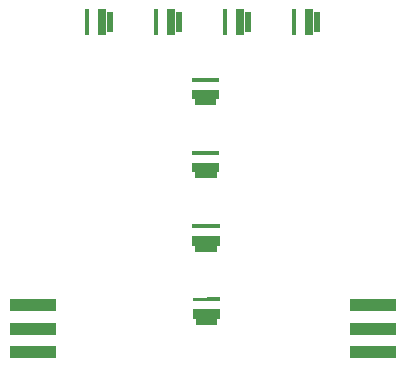
<source format=gts>
G04 #@! TF.FileFunction,Soldermask,Top*
%FSLAX46Y46*%
G04 Gerber Fmt 4.6, Leading zero omitted, Abs format (unit mm)*
G04 Created by KiCad (PCBNEW 4.0.0-rc2-stable) date 3/3/2016 3:47:50 PM*
%MOMM*%
G01*
G04 APERTURE LIST*
%ADD10C,0.150000*%
%ADD11R,0.500000X1.800000*%
%ADD12R,0.320000X2.300000*%
%ADD13R,0.800000X2.300000*%
%ADD14R,4.000000X1.000000*%
%ADD15C,0.600000*%
G04 APERTURE END LIST*
D10*
D11*
X73007390Y-22197104D03*
D12*
X71107390Y-22197104D03*
D13*
X72357390Y-22197104D03*
D11*
X67172870Y-22197104D03*
D12*
X65272870Y-22197104D03*
D13*
X66522870Y-22197104D03*
D11*
X61338347Y-22197104D03*
D12*
X59438347Y-22197104D03*
D13*
X60688347Y-22197104D03*
D11*
X55503820Y-22197104D03*
D12*
X53603820Y-22197104D03*
D13*
X54853820Y-22197104D03*
D10*
G36*
X64556991Y-47858141D02*
X62756994Y-47861440D01*
X62756077Y-47361441D01*
X64556074Y-47358142D01*
X64556991Y-47858141D01*
X64556991Y-47858141D01*
G37*
G36*
X64803342Y-45867687D02*
X62503346Y-45871903D01*
X62502760Y-45551903D01*
X64802756Y-45547687D01*
X64803342Y-45867687D01*
X64803342Y-45867687D01*
G37*
G36*
X64806073Y-47357684D02*
X62506077Y-47361900D01*
X62504611Y-46561902D01*
X64804607Y-46557686D01*
X64806073Y-47357684D01*
X64806073Y-47357684D01*
G37*
G36*
X64545624Y-41655588D02*
X62745627Y-41658887D01*
X62744710Y-41158888D01*
X64544707Y-41155589D01*
X64545624Y-41655588D01*
X64545624Y-41655588D01*
G37*
G36*
X64791975Y-39665134D02*
X62491979Y-39669350D01*
X62491393Y-39349350D01*
X64791389Y-39345134D01*
X64791975Y-39665134D01*
X64791975Y-39665134D01*
G37*
G36*
X64794706Y-41155131D02*
X62494710Y-41159347D01*
X62493244Y-40359349D01*
X64793240Y-40355133D01*
X64794706Y-41155131D01*
X64794706Y-41155131D01*
G37*
G36*
X64534792Y-35453389D02*
X62734819Y-35463336D01*
X62732056Y-34963343D01*
X64532029Y-34953396D01*
X64534792Y-35453389D01*
X64534792Y-35453389D01*
G37*
G36*
X64773791Y-33462037D02*
X62473826Y-33474748D01*
X62472057Y-33154753D01*
X64772022Y-33142042D01*
X64773791Y-33462037D01*
X64773791Y-33462037D01*
G37*
G36*
X64782025Y-34952015D02*
X62482060Y-34964725D01*
X62477639Y-34164737D01*
X64777604Y-34152027D01*
X64782025Y-34952015D01*
X64782025Y-34952015D01*
G37*
G36*
X64500642Y-29273609D02*
X62700669Y-29283556D01*
X62697906Y-28783563D01*
X64497879Y-28773616D01*
X64500642Y-29273609D01*
X64500642Y-29273609D01*
G37*
G36*
X64739641Y-27282257D02*
X62439676Y-27294968D01*
X62437907Y-26974973D01*
X64737872Y-26962262D01*
X64739641Y-27282257D01*
X64739641Y-27282257D01*
G37*
G36*
X64747875Y-28772235D02*
X62447910Y-28784945D01*
X62443489Y-27984957D01*
X64743454Y-27972247D01*
X64747875Y-28772235D01*
X64747875Y-28772235D01*
G37*
D14*
X77811740Y-50192207D03*
X77811740Y-48192207D03*
X77811740Y-46192207D03*
D15*
X76811740Y-50192207D03*
X76811740Y-48192207D03*
X76811740Y-46192207D03*
D14*
X49020844Y-46192207D03*
X49020844Y-48192207D03*
X49020844Y-50192207D03*
D15*
X50020844Y-46192207D03*
X50020844Y-48192207D03*
X50020844Y-50192207D03*
M02*

</source>
